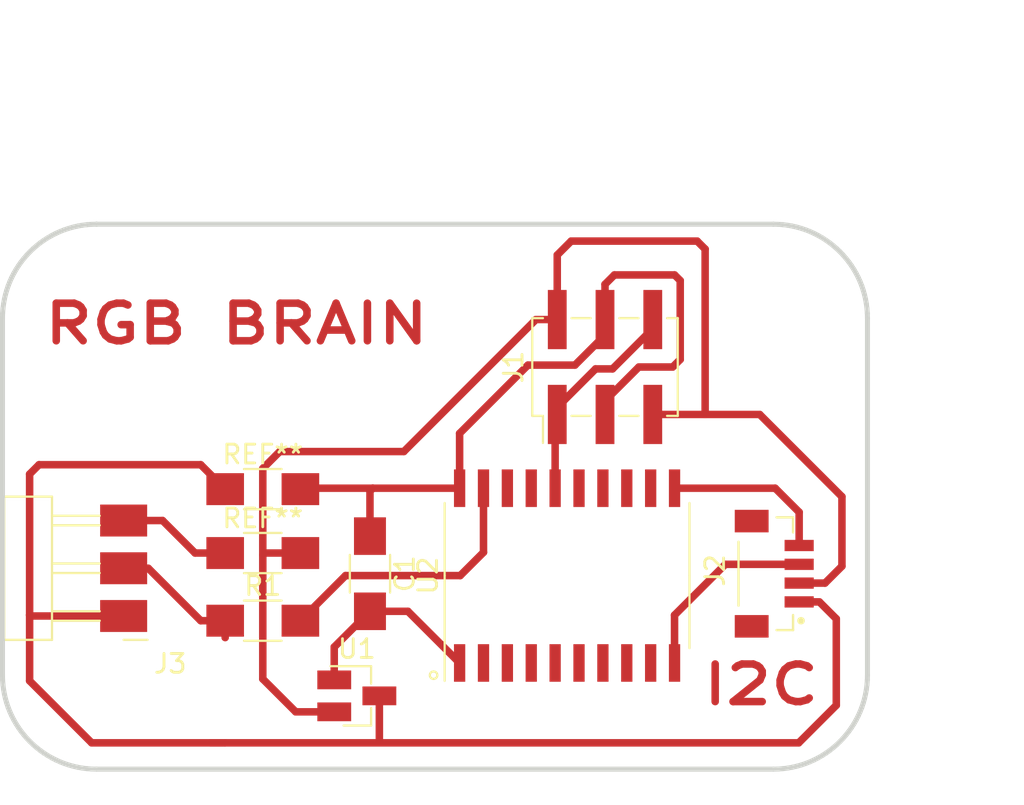
<source format=kicad_pcb>
(kicad_pcb (version 20211014) (generator pcbnew)
  (layers (0 "F.Cu" signal) (31 "B.Cu" signal) (34 "B.Paste" user) (35 "F.Paste" user) (36 "B.SilkS" user "B.Silkscreen") (37 "F.SilkS" user "F.Silkscreen") (38 "B.Mask" user) (39 "F.Mask" user) (44 "Edge.Cuts" user))
  (net 0 "")
  (net 1 "GND")
  (net 2 "+3V3")
  (net 3 "Net-(C2-Pad1)")
  (net 4 "+5V")
  (net 5 "UPDI")
  (net 6 "SDA")
  (net 7 "SCL")
  (net 8 "Net-(J2-PadS1)")
  (net 9 "Net-(J3-Pad2)")
  (net 10 "Net-(R1-Pad2)")
  (footprint "fab:PinHeader_2x03_P2.54mm_Vertical_SMD" (layer "F.Cu") (at 101.9 49.3 90)
    (fp_text reference "J1" (at 0 -4.87 90) (layer "F.SilkS"))
    (fp_text value "Conn_PinHeader_UPDI_2x03_P2.54mm_Vertical_SMD")
    (fp_line (start -2.6 3.87) (end 2.6 3.87) (layer "F.SilkS") (width 0.12))
    (fp_line (start -2.6 3.3) (end -2.6 3.87) (layer "F.SilkS") (width 0.12))
    (fp_line (start -2.6 -1.78) (end -2.6 -0.76) (layer "F.SilkS") (width 0.12))
    (fp_line (start -4.04 -3.3) (end -2.6 -3.3) (layer "F.SilkS") (width 0.12))
    (fp_line (start -2.6 -3.87) (end -2.6 -3.3) (layer "F.SilkS") (width 0.12))
    (fp_line (start 2.6 -1.78) (end 2.6 -0.76) (layer "F.SilkS") (width 0.12))
    (fp_line (start 2.6 0.76) (end 2.6 1.78) (layer "F.SilkS") (width 0.12))
    (fp_line (start 2.6 -3.87) (end 2.6 -3.3) (layer "F.SilkS") (width 0.12))
    (fp_line (start 2.6 3.3) (end 2.6 3.87) (layer "F.SilkS") (width 0.12))
    (fp_line (start -2.6 -3.87) (end 2.6 -3.87) (layer "F.SilkS") (width 0.12))
    (fp_line (start -2.6 0.76) (end -2.6 1.78) (layer "F.SilkS") (width 0.12))
    (pad "1" smd rect locked (at -2.525 -2.54 90) (size 3.15 1) (layers "F.Cu" "F.Paste" "F.Mask") (net 5 "UPDI"))
    (pad "2" smd rect locked (at 2.525 -2.54 90) (size 3.15 1) (layers "F.Cu" "F.Paste" "F.Mask") (net 4 "+5V"))
    (pad "3" smd rect locked (at -2.525 0 90) (size 3.15 1) (layers "F.Cu" "F.Paste" "F.Mask") (net 1 "GND"))
    (pad "4" smd rect locked (at 2.525 0 90) (size 3.15 1) (layers "F.Cu" "F.Paste" "F.Mask") (net 1 "GND"))
    (pad "5" smd rect locked (at -2.525 2.54 90) (size 3.15 1) (layers "F.Cu" "F.Paste" "F.Mask") (net 4 "+5V"))
    (pad "6" smd rect locked (at 2.525 2.54 90) (size 3.15 1) (layers "F.Cu" "F.Paste" "F.Mask") (net 5 "UPDI"))
  )
  (footprint "fab:R_1206" (layer "F.Cu") (at 83.7 59.2)
    (fp_text reference "REF**" (at 0 -1.85) (layer "F.SilkS"))
    (fp_text value "R_1206")
    (fp_line (start 1 1.07) (end -1 1.07) (layer "F.SilkS") (width 0.12))
    (fp_line (start -1 -1.07) (end 1 -1.07) (layer "F.SilkS") (width 0.12))
    (pad "1" smd rect locked (at -2 0) (size 2 1.7) (layers "F.Cu" "F.Paste" "F.Mask") (net 4 "+5V"))
    (pad "2" smd rect locked (at 2 0) (size 2 1.7) (layers "F.Cu" "F.Paste" "F.Mask") (net 4 "+5V"))
  )
  (footprint "fab:R_1206" (layer "F.Cu") (at 83.7 55.8)
    (fp_text reference "REF**" (at 0 -1.85) (layer "F.SilkS"))
    (fp_text value "R_1206")
    (fp_line (start 1 1.07) (end -1 1.07) (layer "F.SilkS") (width 0.12))
    (fp_line (start -1 -1.07) (end 1 -1.07) (layer "F.SilkS") (width 0.12))
    (pad "1" smd rect locked (at -2 0) (size 2 1.7) (layers "F.Cu" "F.Paste" "F.Mask") (net 1 "GND"))
    (pad "2" smd rect locked (at 2 0) (size 2 1.7) (layers "F.Cu" "F.Paste" "F.Mask") (net 1 "GND"))
  )
  (footprint "fab:R_1206" (layer "F.Cu") (at 83.7 62.8)
    (fp_text reference "R1" (at 0 -1.85) (layer "F.SilkS"))
    (fp_text value "500")
    (fp_line (start 1 1.07) (end -1 1.07) (layer "F.SilkS") (width 0.12))
    (fp_line (start -1 -1.07) (end 1 -1.07) (layer "F.SilkS") (width 0.12))
    (pad "1" smd rect locked (at -2 0) (size 2 1.7) (layers "F.Cu" "F.Paste" "F.Mask") (net 9 "Net-(J3-Pad2)"))
    (pad "2" smd rect locked (at 2 0) (size 2 1.7) (layers "F.Cu" "F.Paste" "F.Mask") (net 10 "Net-(R1-Pad2)"))
  )
  (footprint "BM04B-SRSS-TB_LF__SN_:CONN_BM04B-SRSS-TB(LF)(SN)" (layer "F.Cu") (at 110.9 60.3 90)
    (fp_text reference "J2" (at 0.175 -3.15 90) (layer "F.SilkS"))
    (fp_text value "BM04B-SRSS-TB(LF)(SN)")
    (fp_line (start -3 0.125) (end -3 1) (layer "F.SilkS") (width 0.127))
    (fp_line (start 3 1) (end 2.2 1) (layer "F.SilkS") (width 0.127))
    (fp_line (start -1.7 -1.9) (end 1.7 -1.9) (layer "F.SilkS") (width 0.127))
    (fp_line (start 3 0.125) (end 3 1) (layer "F.SilkS") (width 0.127))
    (fp_line (start -3 1) (end -2.2 1) (layer "F.SilkS") (width 0.127))
    (fp_circle (center -2.5 1.425) (end -2.4 1.425) (layer "F.SilkS") (width 0.2) (fill none))
    (pad "1" smd rect locked (at -1.5 1.325 90) (size 0.6 1.55) (layers "F.Cu" "F.Paste" "F.Mask") (net 1 "GND"))
    (pad "2" smd rect locked (at -0.5 1.325 90) (size 0.6 1.55) (layers "F.Cu" "F.Paste" "F.Mask") (net 4 "+5V"))
    (pad "3" smd rect locked (at 0.5 1.325 90) (size 0.6 1.55) (layers "F.Cu" "F.Paste" "F.Mask") (net 6 "SDA"))
    (pad "4" smd rect locked (at 1.5 1.325 90) (size 0.6 1.55) (layers "F.Cu" "F.Paste" "F.Mask") (net 7 "SCL"))
    (pad "S1" smd rect locked (at -2.8 -1.2 90) (size 1.2 1.8) (layers "F.Cu" "F.Paste" "F.Mask") (net 8 "Net-(J2-PadS1)"))
    (pad "S2" smd rect locked (at 2.8 -1.2 90) (size 1.2 1.8) (layers "F.Cu" "F.Paste" "F.Mask") (net 8 "Net-(J2-PadS1)"))
  )
  (footprint "fab:SOIC-20_7.5x12.8mm_P1.27mm" (layer "F.Cu") (at 99.8825 60.4 90)
    (fp_text reference "U2" (at 0 -7.4 90) (layer "F.SilkS"))
    (fp_text value "Microcontroller_ATtiny3216-SFR")
    (fp_line (start 0 6.51) (end 3.86 6.51) (layer "F.SilkS") (width 0.12))
    (fp_line (start 0 6.51) (end -3.86 6.51) (layer "F.SilkS") (width 0.12))
    (fp_line (start 0 -6.51) (end 3.86 -6.51) (layer "F.SilkS") (width 0.12))
    (fp_line (start 0 -6.51) (end -5.6 -6.51) (layer "F.SilkS") (width 0.12))
    (fp_circle (center -5.3 -7.1) (end -5.1 -7.1) (layer "F.SilkS") (width 0.12) (fill none))
    (pad "1" smd rect (at -4.65 -5.715 90) (size 2 0.6) (layers "F.Cu" "F.Paste" "F.Mask") (net 2 "+3V3"))
    (pad "2" smd rect (at -4.65 -4.445 90) (size 2 0.6) (layers "F.Cu" "F.Paste" "F.Mask"))
    (pad "3" smd rect (at -4.65 -3.175 90) (size 2 0.6) (layers "F.Cu" "F.Paste" "F.Mask"))
    (pad "4" smd rect (at -4.65 -1.905 90) (size 2 0.6) (layers "F.Cu" "F.Paste" "F.Mask"))
    (pad "5" smd rect (at -4.65 -0.635 90) (size 2 0.6) (layers "F.Cu" "F.Paste" "F.Mask"))
    (pad "6" smd rect (at -4.65 0.635 90) (size 2 0.6) (layers "F.Cu" "F.Paste" "F.Mask"))
    (pad "7" smd rect (at -4.65 1.905 90) (size 2 0.6) (layers "F.Cu" "F.Paste" "F.Mask"))
    (pad "8" smd rect (at -4.65 3.175 90) (size 2 0.6) (layers "F.Cu" "F.Paste" "F.Mask"))
    (pad "9" smd rect (at -4.65 4.445 90) (size 2 0.6) (layers "F.Cu" "F.Paste" "F.Mask"))
    (pad "10" smd rect (at -4.65 5.715 90) (size 2 0.6) (layers "F.Cu" "F.Paste" "F.Mask") (net 6 "SDA"))
    (pad "11" smd rect (at 4.65 5.715 90) (size 2 0.6) (layers "F.Cu" "F.Paste" "F.Mask") (net 7 "SCL"))
    (pad "12" smd rect (at 4.65 4.445 90) (size 2 0.6) (layers "F.Cu" "F.Paste" "F.Mask"))
    (pad "13" smd rect (at 4.65 3.175 90) (size 2 0.6) (layers "F.Cu" "F.Paste" "F.Mask"))
    (pad "14" smd rect (at 4.65 1.905 90) (size 2 0.6) (layers "F.Cu" "F.Paste" "F.Mask"))
    (pad "15" smd rect (at 4.65 0.635 90) (size 2 0.6) (layers "F.Cu" "F.Paste" "F.Mask"))
    (pad "16" smd rect (at 4.65 -0.635 90) (size 2 0.6) (layers "F.Cu" "F.Paste" "F.Mask") (net 5 "UPDI"))
    (pad "17" smd rect (at 4.65 -1.905 90) (size 2 0.6) (layers "F.Cu" "F.Paste" "F.Mask"))
    (pad "18" smd rect (at 4.65 -3.175 90) (size 2 0.6) (layers "F.Cu" "F.Paste" "F.Mask"))
    (pad "19" smd rect (at 4.65 -4.445 90) (size 2 0.6) (layers "F.Cu" "F.Paste" "F.Mask") (net 10 "Net-(R1-Pad2)"))
    (pad "20" smd rect (at 4.65 -5.715 90) (size 2 0.6) (layers "F.Cu" "F.Paste" "F.Mask") (net 1 "GND"))
  )
  (footprint "fab:PinHeader_1x03_P2.54mm_Horizontal_SMD" (layer "F.Cu") (at 76.3 62.55 180)
    (fp_text reference "J3" (at -1.524 -2.54) (layer "F.SilkS") (effects (justify left)))
    (fp_text value "LEDs")
    (fp_line (start 6.35 -1.27) (end 6.35 6.35) (layer "F.SilkS") (width 0.12))
    (fp_line (start 3.81 5.334) (end 1.27 5.334) (layer "F.SilkS") (width 0.12))
    (fp_line (start 3.81 2.286) (end 1.27 2.286) (layer "F.SilkS") (width 0.12))
    (fp_line (start -1.27 -1.27) (end 0 -1.27) (layer "F.SilkS") (width 0.12))
    (fp_line (start 6.35 6.35) (end 3.81 6.35) (layer "F.SilkS") (width 0.12))
    (fp_line (start 3.81 4.826) (end 1.27 4.826) (layer "F.SilkS") (width 0.12))
    (fp_line (start 3.81 2.794) (end 1.27 2.794) (layer "F.SilkS") (width 0.12))
    (fp_line (start 3.81 -0.254) (end 1.27 -0.254) (layer "F.SilkS") (width 0.12))
    (fp_line (start 3.81 -1.27) (end 6.35 -1.27) (layer "F.SilkS") (width 0.12))
    (fp_line (start 3.81 6.35) (end 3.81 -1.27) (layer "F.SilkS") (width 0.12))
    (fp_line (start 3.81 0.254) (end 1.27 0.254) (layer "F.SilkS") (width 0.12))
    (pad "1" smd rect locked (at 0 0 180) (size 2.5 1.7) (layers "F.Cu" "F.Paste" "F.Mask") (net 1 "GND"))
    (pad "2" smd rect locked (at 0 2.54 180) (size 2.5 1.7) (layers "F.Cu" "F.Paste" "F.Mask") (net 9 "Net-(J3-Pad2)"))
    (pad "3" smd rect locked (at 0 5.08 180) (size 2.5 1.7) (layers "F.Cu" "F.Paste" "F.Mask") (net 3 "Net-(C2-Pad1)"))
  )
  (footprint "fab:SOT-23_AP7381-33SA-7" (layer "F.Cu") (at 88.7 66.8)
    (fp_text reference "U1" (at 0 -2.5) (layer "F.SilkS"))
    (fp_text value "Regulator_Linear_LM3480-3.3V-100mA")
    (fp_line (start 0.76 1.58) (end -0.7 1.58) (layer "F.SilkS") (width 0.12))
    (fp_line (start 0.76 -1.58) (end 0.76 -0.65) (layer "F.SilkS") (width 0.12))
    (fp_line (start 0.76 1.58) (end 0.76 0.65) (layer "F.SilkS") (width 0.12))
    (fp_line (start 0.76 -1.58) (end -1.4 -1.58) (layer "F.SilkS") (width 0.12))
    (pad "1" smd rect (at -1.2 -0.85) (size 1.8 1) (layers "F.Cu" "F.Paste" "F.Mask") (net 2 "+3V3"))
    (pad "2" smd rect (at -1.2 0.85) (size 1.8 1) (layers "F.Cu" "F.Paste" "F.Mask") (net 4 "+5V"))
    (pad "3" smd rect (at 1.2 0) (size 1.8 1) (layers "F.Cu" "F.Paste" "F.Mask") (net 1 "GND"))
  )
  (footprint "fab:C_1206" (layer "F.Cu") (at 89.4 60.3 -90)
    (fp_text reference "C1" (at 0 -1.85 90) (layer "F.SilkS"))
    (fp_text value "1uF")
    (fp_line (start 1 1.07) (end -1 1.07) (layer "F.SilkS") (width 0.12))
    (fp_line (start -1 -1.07) (end 1 -1.07) (layer "F.SilkS") (width 0.12))
    (pad "1" smd rect (at -2 0 270) (size 2 1.7) (layers "F.Cu" "F.Paste" "F.Mask") (net 1 "GND"))
    (pad "2" smd rect (at 2 0 270) (size 2 1.7) (layers "F.Cu" "F.Paste" "F.Mask") (net 2 "+3V3"))
  )
  (gr_line (start 115.553568 44.980832) (end 115.632176 45.213152) (layer "Edge.Cuts") (width 0.264582))
  (gr_line (start 69.958549 66.707674) (end 69.914578 66.46145) (layer "Edge.Cuts") (width 0.264582))
  (gr_line (start 114.3925 69.235533) (end 114.218853 69.40109) (layer "Edge.Cuts") (width 0.264582))
  (gr_line (start 111.86464 70.598418) (end 111.618417 70.642389) (layer "Edge.Cuts") (width 0.264582))
  (gr_line (start 113.652513 69.846078) (end 113.449647 69.976133) (layer "Edge.Cuts") (width 0.264582))
  (gr_line (start 112.576133 42.003398) (end 112.803191 42.092924) (layer "Edge.Cuts") (width 0.264582))
  (gr_line (start 74.095516 41.757611) (end 74.345746 41.725814) (layer "Edge.Cuts") (width 0.264582))
  (gr_line (start 71.865386 42.693322) (end 72.061419 42.553921) (layer "Edge.Cuts") (width 0.264582))
  (gr_line (start 111.368187 70.674185) (end 111.114266 70.693494) (layer "Edge.Cuts") (width 0.264582))
  (gr_line (start 114.03743 69.558242) (end 113.848545 69.706676) (layer "Edge.Cuts") (width 0.264582))
  (gr_line (start 115.799355 45.938549) (end 115.831152 46.188779) (layer "Edge.Cuts") (width 0.264582))
  (gr_line (start 115.856967 46.7) (end 115.856967 46.7) (layer "Edge.Cuts") (width 0.264582))
  (gr_line (start 74.856967 41.7) (end 110.856967 41.7) (layer "Edge.Cuts") (width 0.264582))
  (gr_line (start 70.249891 67.646224) (end 70.160365 67.419167) (layer "Edge.Cuts") (width 0.264582))
  (gr_line (start 114.863643 43.70842) (end 115.003045 43.904452) (layer "Edge.Cuts") (width 0.264582))
  (gr_line (start 114.715209 43.519535) (end 114.863643 43.70842) (layer "Edge.Cuts") (width 0.264582))
  (gr_line (start 112.576133 70.396601) (end 112.343813 70.47521) (layer "Edge.Cuts") (width 0.264582))
  (gr_line (start 112.106544 70.542586) (end 111.86464 70.598418) (layer "Edge.Cuts") (width 0.264582))
  (gr_line (start 72.473669 70.096526) (end 72.264284 69.976133) (layer "Edge.Cuts") (width 0.264582))
  (gr_line (start 74.599667 70.693494) (end 74.345746 70.674185) (layer "Edge.Cuts") (width 0.264582))
  (gr_line (start 72.689259 70.206945) (end 72.473669 70.096526) (layer "Edge.Cuts") (width 0.264582))
  (gr_line (start 115.755384 45.692325) (end 115.799355 45.938549) (layer "Edge.Cuts") (width 0.264582))
  (gr_line (start 115.253493 44.316702) (end 115.363912 44.532293) (layer "Edge.Cuts") (width 0.264582))
  (gr_line (start 115.850461 46.4427) (end 115.856967 46.7) (layer "Edge.Cuts") (width 0.264582))
  (gr_line (start 73.137799 42.003398) (end 73.370119 41.92479) (layer "Edge.Cuts") (width 0.264582))
  (gr_line (start 74.856967 70.7) (end 74.856967 70.7) (layer "Edge.Cuts") (width 0.264582))
  (gr_line (start 70.350021 67.867706) (end 70.249891 67.646224) (layer "Edge.Cuts") (width 0.264582))
  (gr_line (start 69.914578 66.46145) (end 69.882781 66.21122) (layer "Edge.Cuts") (width 0.264582))
  (gr_line (start 69.856967 65.7) (end 69.856967 65.7) (layer "Edge.Cuts") (width 0.264582))
  (gr_line (start 115.632176 45.213152) (end 115.699553 45.450422) (layer "Edge.Cuts") (width 0.264582))
  (gr_line (start 113.848545 69.706676) (end 113.652513 69.846078) (layer "Edge.Cuts") (width 0.264582))
  (gr_line (start 113.024672 42.193054) (end 113.240262 42.303473) (layer "Edge.Cuts") (width 0.264582))
  (gr_line (start 111.86464 41.801582) (end 112.106544 41.857413) (layer "Edge.Cuts") (width 0.264582))
  (gr_line (start 113.024672 70.206945) (end 112.803191 70.307075) (layer "Edge.Cuts") (width 0.264582))
  (gr_line (start 70.580833 44.107317) (end 70.710888 43.904452) (layer "Edge.Cuts") (width 0.264582))
  (gr_line (start 112.803191 70.307075) (end 112.576133 70.396601) (layer "Edge.Cuts") (width 0.264582))
  (gr_line (start 113.449647 69.976133) (end 113.240262 70.096526) (layer "Edge.Cuts") (width 0.264582))
  (gr_line (start 70.710888 68.495546) (end 70.580833 68.292681) (layer "Edge.Cuts") (width 0.264582))
  (gr_line (start 73.607388 41.857413) (end 73.849292 41.801582) (layer "Edge.Cuts") (width 0.264582))
  (gr_line (start 115.363912 67.867706) (end 115.253493 68.083296) (layer "Edge.Cuts") (width 0.264582))
  (gr_line (start 73.137799 70.396601) (end 72.910741 70.307075) (layer "Edge.Cuts") (width 0.264582))
  (gr_line (start 70.350021 44.532293) (end 70.460439 44.316702) (layer "Edge.Cuts") (width 0.264582))
  (gr_line (start 115.464042 44.753774) (end 115.553568 44.980832) (layer "Edge.Cuts") (width 0.264582))
  (gr_line (start 114.218853 42.998909) (end 114.3925 43.164466) (layer "Edge.Cuts") (width 0.264582))
  (gr_line (start 115.831152 66.21122) (end 115.799355 66.46145) (layer "Edge.Cuts") (width 0.264582))
  (gr_line (start 69.856967 46.7) (end 69.863473 46.4427) (layer "Edge.Cuts") (width 0.264582))
  (gr_line (start 69.856967 46.7) (end 69.856967 46.7) (layer "Edge.Cuts") (width 0.264582))
  (gr_line (start 69.856967 65.7) (end 69.856967 46.7) (layer "Edge.Cuts") (width 0.264582))
  (gr_line (start 114.03743 42.841756) (end 114.218853 42.998909) (layer "Edge.Cuts") (width 0.264582))
  (gr_line (start 73.849292 41.801582) (end 74.095516 41.757611) (layer "Edge.Cuts") (width 0.264582))
  (gr_line (start 72.061419 69.846078) (end 71.865386 69.706676) (layer "Edge.Cuts") (width 0.264582))
  (gr_line (start 70.998723 68.880463) (end 70.850289 68.691579) (layer "Edge.Cuts") (width 0.264582))
  (gr_line (start 69.958549 45.692325) (end 70.01438 45.450422) (layer "Edge.Cuts") (width 0.264582))
  (gr_line (start 72.689259 42.193054) (end 72.910741 42.092924) (layer "Edge.Cuts") (width 0.264582))
  (gr_line (start 115.850461 65.957299) (end 115.831152 66.21122) (layer "Edge.Cuts") (width 0.264582))
  (gr_line (start 113.240262 42.303473) (end 113.449647 42.423866) (layer "Edge.Cuts") (width 0.264582))
  (gr_line (start 74.345746 70.674185) (end 74.095516 70.642389) (layer "Edge.Cuts") (width 0.264582))
  (gr_line (start 115.831152 46.188779) (end 115.850461 46.4427) (layer "Edge.Cuts") (width 0.264582))
  (gr_line (start 69.882781 46.188779) (end 69.914578 45.938549) (layer "Edge.Cuts") (width 0.264582))
  (gr_line (start 70.081757 45.213152) (end 70.160365 44.980832) (layer "Edge.Cuts") (width 0.264582))
  (gr_line (start 110.856967 70.7) (end 110.856967 70.7) (layer "Edge.Cuts") (width 0.264582))
  (gr_line (start 72.264284 42.423866) (end 72.473669 42.303473) (layer "Edge.Cuts") (width 0.264582))
  (gr_line (start 111.114266 70.693494) (end 110.856967 70.7) (layer "Edge.Cuts") (width 0.264582))
  (gr_line (start 114.863643 68.691579) (end 114.715209 68.880463) (layer "Edge.Cuts") (width 0.264582))
  (gr_line (start 71.321432 43.164466) (end 71.495079 42.998909) (layer "Edge.Cuts") (width 0.264582))
  (gr_line (start 111.618417 70.642389) (end 111.368187 70.674185) (layer "Edge.Cuts") (width 0.264582))
  (gr_line (start 113.652513 42.553921) (end 113.848545 42.693322) (layer "Edge.Cuts") (width 0.264582))
  (gr_line (start 115.632176 67.186846) (end 115.553568 67.419167) (layer "Edge.Cuts") (width 0.264582))
  (gr_line (start 74.599667 41.706506) (end 74.856967 41.7) (layer "Edge.Cuts") (width 0.264582))
  (gr_line (start 72.264284 69.976133) (end 72.061419 69.846078) (layer "Edge.Cuts") (width 0.264582))
  (gr_line (start 74.856967 41.7) (end 74.856967 41.7) (layer "Edge.Cuts") (width 0.264582))
  (gr_line (start 73.607388 70.542586) (end 73.370119 70.47521) (layer "Edge.Cuts") (width 0.264582))
  (gr_line (start 69.863473 65.957299) (end 69.856967 65.7) (layer "Edge.Cuts") (width 0.264582))
  (gr_line (start 112.803191 42.092924) (end 113.024672 42.193054) (layer "Edge.Cuts") (width 0.264582))
  (gr_line (start 70.850289 68.691579) (end 70.710888 68.495546) (layer "Edge.Cuts") (width 0.264582))
  (gr_line (start 70.710888 43.904452) (end 70.850289 43.70842) (layer "Edge.Cuts") (width 0.264582))
  (gr_line (start 70.249891 44.753774) (end 70.350021 44.532293) (layer "Edge.Cuts") (width 0.264582))
  (gr_line (start 115.253493 68.083296) (end 115.133099 68.292681) (layer "Edge.Cuts") (width 0.264582))
  (gr_line (start 110.856967 70.7) (end 74.856967 70.7) (layer "Edge.Cuts") (width 0.264582))
  (gr_line (start 110.856967 41.7) (end 111.114266 41.706506) (layer "Edge.Cuts") (width 0.264582))
  (gr_line (start 70.160365 44.980832) (end 70.249891 44.753774) (layer "Edge.Cuts") (width 0.264582))
  (gr_line (start 72.910741 70.307075) (end 72.689259 70.206945) (layer "Edge.Cuts") (width 0.264582))
  (gr_line (start 70.580833 68.292681) (end 70.460439 68.083296) (layer "Edge.Cuts") (width 0.264582))
  (gr_line (start 69.882781 66.21122) (end 69.863473 65.957299) (layer "Edge.Cuts") (width 0.264582))
  (gr_line (start 111.114266 41.706506) (end 111.368187 41.725814) (layer "Edge.Cuts") (width 0.264582))
  (gr_line (start 115.699553 66.949577) (end 115.632176 67.186846) (layer "Edge.Cuts") (width 0.264582))
  (gr_line (start 74.856967 70.7) (end 74.599667 70.693494) (layer "Edge.Cuts") (width 0.264582))
  (gr_line (start 69.863473 46.4427) (end 69.882781 46.188779) (layer "Edge.Cuts") (width 0.264582))
  (gr_line (start 115.856967 65.7) (end 115.856967 65.7) (layer "Edge.Cuts") (width 0.264582))
  (gr_line (start 110.856967 41.7) (end 110.856967 41.7) (layer "Edge.Cuts") (width 0.264582))
  (gr_line (start 112.343813 70.47521) (end 112.106544 70.542586) (layer "Edge.Cuts") (width 0.264582))
  (gr_line (start 113.449647 42.423866) (end 113.652513 42.553921) (layer "Edge.Cuts") (width 0.264582))
  (gr_line (start 71.495079 69.40109) (end 71.321432 69.235533) (layer "Edge.Cuts") (width 0.264582))
  (gr_line (start 115.755384 66.707674) (end 115.699553 66.949577) (layer "Edge.Cuts") (width 0.264582))
  (gr_line (start 115.003045 68.495546) (end 114.863643 68.691579) (layer "Edge.Cuts") (width 0.264582))
  (gr_line (start 72.910741 42.092924) (end 73.137799 42.003398) (layer "Edge.Cuts") (width 0.264582))
  (gr_line (start 115.699553 45.450422) (end 115.755384 45.692325) (layer "Edge.Cuts") (width 0.264582))
  (gr_line (start 113.240262 70.096526) (end 113.024672 70.206945) (layer "Edge.Cuts") (width 0.264582))
  (gr_line (start 71.321432 69.235533) (end 71.155876 69.061886) (layer "Edge.Cuts") (width 0.264582))
  (gr_line (start 70.01438 66.949577) (end 69.958549 66.707674) (layer "Edge.Cuts") (width 0.264582))
  (gr_line (start 73.370119 41.92479) (end 73.607388 41.857413) (layer "Edge.Cuts") (width 0.264582))
  (gr_line (start 114.558056 43.338112) (end 114.715209 43.519535) (layer "Edge.Cuts") (width 0.264582))
  (gr_line (start 69.914578 45.938549) (end 69.958549 45.692325) (layer "Edge.Cuts") (width 0.264582))
  (gr_line (start 71.155876 43.338112) (end 71.321432 43.164466) (layer "Edge.Cuts") (width 0.264582))
  (gr_line (start 71.676502 69.558242) (end 71.495079 69.40109) (layer "Edge.Cuts") (width 0.264582))
  (gr_line (start 74.345746 41.725814) (end 74.599667 41.706506) (layer "Edge.Cuts") (width 0.264582))
  (gr_line (start 114.558056 69.061886) (end 114.3925 69.235533) (layer "Edge.Cuts") (width 0.264582))
  (gr_line (start 115.553568 67.419167) (end 115.464042 67.646224) (layer "Edge.Cuts") (width 0.264582))
  (gr_line (start 71.865386 69.706676) (end 71.676502 69.558242) (layer "Edge.Cuts") (width 0.264582))
  (gr_line (start 115.856967 65.7) (end 115.850461 65.957299) (layer "Edge.Cuts") (width 0.264582))
  (gr_line (start 74.856967 41.7) (end 74.856967 41.7) (layer "Edge.Cuts") (width 0.264582))
  (gr_line (start 112.343813 41.92479) (end 112.576133 42.003398) (layer "Edge.Cuts") (width 0.264582))
  (gr_line (start 70.850289 43.70842) (end 70.998723 43.519535) (layer "Edge.Cuts") (width 0.264582))
  (gr_line (start 115.133099 44.107317) (end 115.253493 44.316702) (layer "Edge.Cuts") (width 0.264582))
  (gr_line (start 113.848545 42.693322) (end 114.03743 42.841756) (layer "Edge.Cuts") (width 0.264582))
  (gr_line (start 70.160365 67.419167) (end 70.081757 67.186846) (layer "Edge.Cuts") (width 0.264582))
  (gr_line (start 115.003045 43.904452) (end 115.133099 44.107317) (layer "Edge.Cuts") (width 0.264582))
  (gr_line (start 70.998723 43.519535) (end 71.155876 43.338112) (layer "Edge.Cuts") (width 0.264582))
  (gr_line (start 73.849292 70.598418) (end 73.607388 70.542586) (layer "Edge.Cuts") (width 0.264582))
  (gr_line (start 71.155876 69.061886) (end 70.998723 68.880463) (layer "Edge.Cuts") (width 0.264582))
  (gr_line (start 115.464042 67.646224) (end 115.363912 67.867706) (layer "Edge.Cuts") (width 0.264582))
  (gr_line (start 72.473669 42.303473) (end 72.689259 42.193054) (layer "Edge.Cuts") (width 0.264582))
  (gr_line (start 115.363912 44.532293) (end 115.464042 44.753774) (layer "Edge.Cuts") (width 0.264582))
  (gr_line (start 70.081757 67.186846) (end 70.01438 66.949577) (layer "Edge.Cuts") (width 0.264582))
  (gr_line (start 111.368187 41.725814) (end 111.618417 41.757611) (layer "Edge.Cuts") (width 0.264582))
  (gr_line (start 111.618417 41.757611) (end 111.86464 41.801582) (layer "Edge.Cuts") (width 0.264582))
  (gr_line (start 71.676502 42.841756) (end 71.865386 42.693322) (layer "Edge.Cuts") (width 0.264582))
  (gr_line (start 70.460439 68.083296) (end 70.350021 67.867706) (layer "Edge.Cuts") (width 0.264582))
  (gr_line (start 115.856967 46.7) (end 115.856967 65.7) (layer "Edge.Cuts") (width 0.264582))
  (gr_line (start 115.133099 68.292681) (end 115.003045 68.495546) (layer "Edge.Cuts") (width 0.264582))
  (gr_line (start 114.715209 68.880463) (end 114.558056 69.061886) (layer "Edge.Cuts") (width 0.264582))
  (gr_line (start 114.218853 69.40109) (end 114.03743 69.558242) (layer "Edge.Cuts") (width 0.264582))
  (gr_line (start 74.095516 70.642389) (end 73.849292 70.598418) (layer "Edge.Cuts") (width 0.264582))
  (gr_line (start 112.106544 41.857413) (end 112.343813 41.92479) (layer "Edge.Cuts") (width 0.264582))
  (gr_line (start 70.01438 45.450422) (end 70.081757 45.213152) (layer "Edge.Cuts") (width 0.264582))
  (gr_line (start 71.495079 42.998909) (end 71.676502 42.841756) (layer "Edge.Cuts") (width 0.264582))
  (gr_line (start 70.460439 44.316702) (end 70.580833 44.107317) (layer "Edge.Cuts") (width 0.264582))
  (gr_line (start 72.061419 42.553921) (end 72.264284 42.423866) (layer "Edge.Cuts") (width 0.264582))
  (gr_line (start 114.3925 43.164466) (end 114.558056 43.338112) (layer "Edge.Cuts") (width 0.264582))
  (gr_line (start 73.370119 70.47521) (end 73.137799 70.396601) (layer "Edge.Cuts") (width 0.264582))
  (gr_line (start 115.799355 66.46145) (end 115.755384 66.707674) (layer "Edge.Cuts") (width 0.264582))
  (gr_text "I2C" (at 110.2 66.2) (layer "F.Cu") (effects (font (size 2 2.5) (thickness 0.4))))
  (gr_text "RGB BRAIN\n" (at 82.3 47) (layer "F.Cu") (effects (font (size 2 2.5) (thickness 0.4))))
  (segment (start 76.3 62.55) (end 71.35 62.55) (width 0.4) (layer "F.Cu") (net 1))
  (segment (start 113.3 61.8) (end 112.225 61.8) (width 0.4) (layer "F.Cu") (net 1))
  (segment (start 71.3 66) (end 74.6 69.3) (width 0.4) (layer "F.Cu") (net 1))
  (segment (start 81.7 55.8) (end 80.4 54.5) (width 0.4) (layer "F.Cu") (net 1))
  (segment (start 112.2 69.3) (end 114.2 67.3) (width 0.4) (layer "F.Cu") (net 1))
  (segment (start 71.3 62.5) (end 71.3 66) (width 0.4) (layer "F.Cu") (net 1))
  (segment (start 101.9 51.1) (end 103.7 49.3) (width 0.4) (layer "F.Cu") (net 1))
  (segment (start 103.7 49.3) (end 104.9 49.3) (width 0.4) (layer "F.Cu") (net 1))
  (segment (start 105.9 48.9) (end 105.9 44.7) (width 0.4) (layer "F.Cu") (net 1))
  (segment (start 71.8 54.5) (end 71.3 55) (width 0.4) (layer "F.Cu") (net 1))
  (segment (start 71.3 55) (end 71.3 62.5) (width 0.4) (layer "F.Cu") (net 1))
  (segment (start 80.4 54.5) (end 71.8 54.5) (width 0.4) (layer "F.Cu") (net 1))
  (segment (start 101.9 51.825) (end 101.9 51.1) (width 0.4) (layer "F.Cu") (net 1))
  (segment (start 89.55 55.75) (end 85.75 55.75) (width 0.4) (layer "F.Cu") (net 1))
  (segment (start 102.4 44.4) (end 101.9 44.9) (width 0.4) (layer "F.Cu") (net 1))
  (segment (start 114.2 67.3) (end 114.2 62.7) (width 0.4) (layer "F.Cu") (net 1))
  (segment (start 114.2 62.7) (end 113.3 61.8) (width 0.4) (layer "F.Cu") (net 1))
  (segment (start 94.1675 55.75) (end 94.1675 52.8325) (width 0.4) (layer "F.Cu") (net 1))
  (segment (start 71.35 62.55) (end 71.3 62.5) (width 0.4) (layer "F.Cu") (net 1))
  (segment (start 81.7 69.3) (end 112.2 69.3) (width 0.4) (layer "F.Cu") (net 1))
  (segment (start 85.75 55.75) (end 85.7 55.8) (width 0.4) (layer "F.Cu") (net 1))
  (segment (start 101.9 44.9) (end 101.9 46.775) (width 0.4) (layer "F.Cu") (net 1))
  (segment (start 101.9 47.6) (end 101.9 46.775) (width 0.4) (layer "F.Cu") (net 1))
  (segment (start 80.9 69.3) (end 81.7 69.3) (width 0.4) (layer "F.Cu") (net 1))
  (segment (start 104.9 49.3) (end 105.5 49.3) (width 0.4) (layer "F.Cu") (net 1))
  (segment (start 105.6 44.4) (end 102.4 44.4) (width 0.4) (layer "F.Cu") (net 1))
  (segment (start 97.8 49.2) (end 100.3 49.2) (width 0.4) (layer "F.Cu") (net 1))
  (segment (start 89.4 58.3) (end 89.4 55.9) (width 0.4) (layer "F.Cu") (net 1))
  (segment (start 105.9 44.7) (end 105.6 44.4) (width 0.4) (layer "F.Cu") (net 1))
  (segment (start 105.5 49.3) (end 105.9 48.9) (width 0.4) (layer "F.Cu") (net 1))
  (segment (start 94.1675 52.8325) (end 97.8 49.2) (width 0.4) (layer "F.Cu") (net 1))
  (segment (start 89.4 55.9) (end 89.55 55.75) (width 0.4) (layer "F.Cu") (net 1))
  (segment (start 89.9 69.2) (end 89.9 66.8) (width 0.4) (layer "F.Cu") (net 1))
  (segment (start 94.1675 55.75) (end 89.55 55.75) (width 0.4) (layer "F.Cu") (net 1))
  (segment (start 100.3 49.2) (end 101.9 47.6) (width 0.4) (layer "F.Cu") (net 1))
  (segment (start 74.6 69.3) (end 81.7 69.3) (width 0.4) (layer "F.Cu") (net 1))
  (segment (start 87.5 64.2) (end 89.4 62.3) (width 0.4) (layer "F.Cu") (net 2))
  (segment (start 91.4175 62.3) (end 94.1675 65.05) (width 0.4) (layer "F.Cu") (net 2))
  (segment (start 87.5 65.95) (end 87.5 64.2) (width 0.4) (layer "F.Cu") (net 2))
  (segment (start 89.4 62.3) (end 91.4175 62.3) (width 0.4) (layer "F.Cu") (net 2))
  (segment (start 78.37 57.47) (end 80.1 59.2) (width 0.4) (layer "F.Cu") (net 3))
  (segment (start 80.1 59.2) (end 81.7 59.2) (width 0.4) (layer "F.Cu") (net 3))
  (segment (start 76.3 57.47) (end 78.37 57.47) (width 0.4) (layer "F.Cu") (net 3))
  (segment (start 99.36 43.34) (end 100.1 42.6) (width 0.4) (layer "F.Cu") (net 4))
  (segment (start 107.225 43.025) (end 107.225 51.825) (width 0.4) (layer "F.Cu") (net 4))
  (segment (start 98.225 46.775) (end 91.2 53.8) (width 0.4) (layer "F.Cu") (net 4))
  (segment (start 84.6 53.8) (end 83.7 54.7) (width 0.4) (layer "F.Cu") (net 4))
  (segment (start 113.6 60.8) (end 112.225 60.8) (width 0.4) (layer "F.Cu") (net 4))
  (segment (start 104.44 51.825) (end 107.225 51.825) (width 0.4) (layer "F.Cu") (net 4))
  (segment (start 83.7 59.3) (end 83.8 59.2) (width 0.4) (layer "F.Cu") (net 4))
  (segment (start 83.7 59.3) (end 83.7 65.9) (width 0.4) (layer "F.Cu") (net 4))
  (segment (start 99.36 46.775) (end 99.36 43.34) (width 0.4) (layer "F.Cu") (net 4))
  (segment (start 99.36 46.775) (end 98.225 46.775) (width 0.4) (layer "F.Cu") (net 4))
  (segment (start 114.5 59.9) (end 113.6 60.8) (width 0.4) (layer "F.Cu") (net 4))
  (segment (start 83.7 65.9) (end 85.45 67.65) (width 0.4) (layer "F.Cu") (net 4))
  (segment (start 110.125 51.825) (end 114.5 56.2) (width 0.4) (layer "F.Cu") (net 4))
  (segment (start 85.45 67.65) (end 87.5 67.65) (width 0.4) (layer "F.Cu") (net 4))
  (segment (start 114.5 56.2) (end 114.5 59.9) (width 0.4) (layer "F.Cu") (net 4))
  (segment (start 106.8 42.6) (end 107.225 43.025) (width 0.4) (layer "F.Cu") (net 4))
  (segment (start 83.8 59.2) (end 85.7 59.2) (width 0.4) (layer "F.Cu") (net 4))
  (segment (start 91.2 53.8) (end 84.6 53.8) (width 0.4) (layer "F.Cu") (net 4))
  (segment (start 83.7 54.7) (end 83.7 59.3) (width 0.4) (layer "F.Cu") (net 4))
  (segment (start 107.225 51.825) (end 110.125 51.825) (width 0.4) (layer "F.Cu") (net 4))
  (segment (start 100.1 42.6) (end 106.8 42.6) (width 0.4) (layer "F.Cu") (net 4))
  (segment (start 99.2475 51.9375) (end 99.2475 55.75) (width 0.4) (layer "F.Cu") (net 5))
  (segment (start 99.36 51.44) (end 101.4 49.4) (width 0.4) (layer "F.Cu") (net 5))
  (segment (start 104.44 47.26) (end 104.44 46.775) (width 0.4) (layer "F.Cu") (net 5))
  (segment (start 102.3 49.4) (end 104.44 47.26) (width 0.4) (layer "F.Cu") (net 5))
  (segment (start 99.36 51.825) (end 99.36 51.44) (width 0.4) (layer "F.Cu") (net 5))
  (segment (start 101.4 49.4) (end 102.3 49.4) (width 0.4) (layer "F.Cu") (net 5))
  (segment (start 99.36 51.825) (end 99.2475 51.9375) (width 0.4) (layer "F.Cu") (net 5))
  (segment (start 108.3 59.8) (end 105.5975 62.5025) (width 0.4) (layer "F.Cu") (net 6))
  (segment (start 112.225 59.8) (end 108.3 59.8) (width 0.4) (layer "F.Cu") (net 6))
  (segment (start 105.5975 62.5025) (end 105.5975 65.05) (width 0.4) (layer "F.Cu") (net 6))
  (segment (start 112.225 58.8) (end 112.225 57.025) (width 0.4) (layer "F.Cu") (net 7))
  (segment (start 110.95 55.75) (end 105.5975 55.75) (width 0.4) (layer "F.Cu") (net 7))
  (segment (start 112.225 57.025) (end 110.95 55.75) (width 0.4) (layer "F.Cu") (net 7))
  (segment (start 81.7 62.8) (end 81.7 63.7) (width 0.4) (layer "F.Cu") (net 9))
  (segment (start 80.4 62.8) (end 81.7 62.8) (width 0.4) (layer "F.Cu") (net 9))
  (segment (start 77.61 60.01) (end 80.4 62.8) (width 0.4) (layer "F.Cu") (net 9))
  (segment (start 76.3 60.01) (end 77.61 60.01) (width 0.4) (layer "F.Cu") (net 9))
  (segment (start 85.7 62.8) (end 88.1 60.4) (width 0.4) (layer "F.Cu") (net 10))
  (segment (start 88.1 60.4) (end 94.2 60.4) (width 0.4) (layer "F.Cu") (net 10))
  (segment (start 94.2 60.4) (end 95.4375 59.1625) (width 0.4) (layer "F.Cu") (net 10))
  (segment (start 95.4375 59.1625) (end 95.4375 55.75) (width 0.4) (layer "F.Cu") (net 10))
)
</source>
